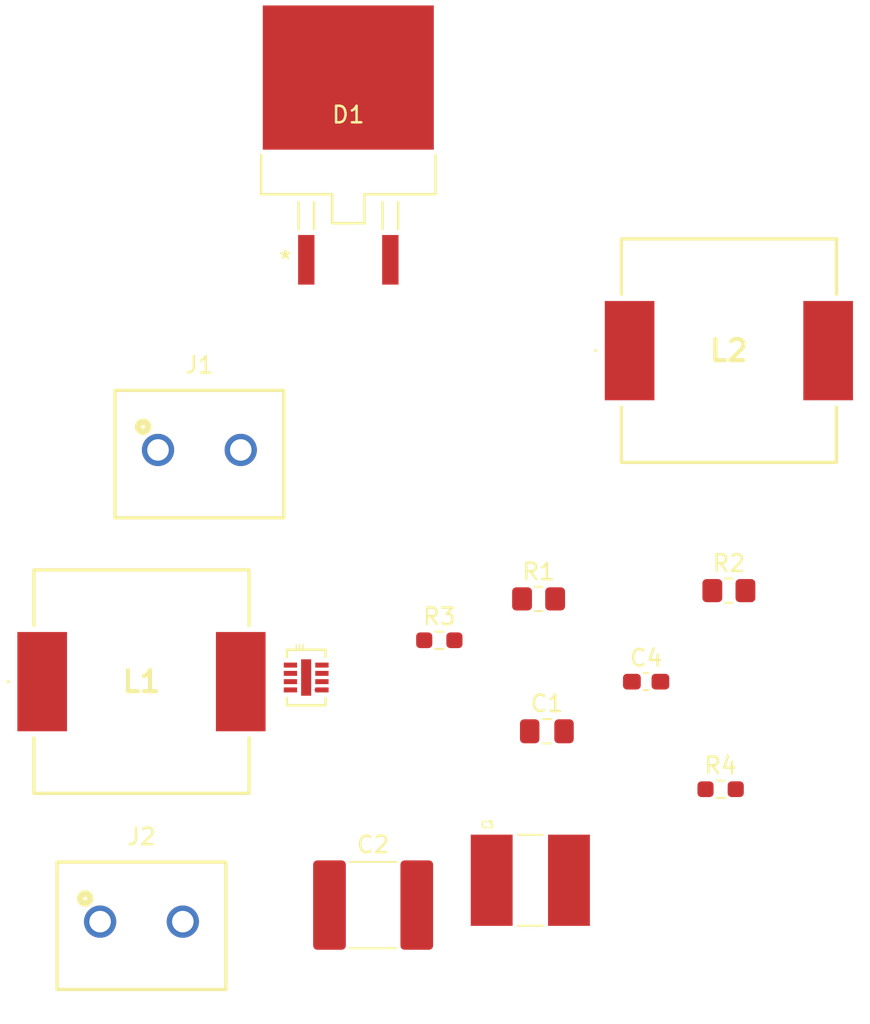
<source format=kicad_pcb>
(kicad_pcb (version 20240108) (generator "pcbnew") (generator_version "8.0")
  (layers (0 "F.Cu" signal) (31 "B.Cu" signal) (34 "B.Paste" user) (35 "F.Paste" user) (36 "B.SilkS" user "B.Silkscreen") (37 "F.SilkS" user "F.Silkscreen") (38 "B.Mask" user) (39 "F.Mask" user) (44 "Edge.Cuts" user))
  (net 0 "")
  (net 1 "GND")
  (net 2 "Vin")
  (net 3 "Net-(D1-A)")
  (net 4 "Net-(U1-SW)")
  (net 5 "/Vout")
  (net 6 "Net-(U1-INTVcc)")
  (net 7 "Net-(U1-EN{slash}UVLO)")
  (net 8 "Net-(U1-FBX)")
  (footprint "DCDC Footprints:DFN-8_DDB" (layer "F.Cu") (at 31.9524 53.25)
    (property "Reference" "U1" (at -0.3548 -1.8 0) (layer "F.SilkS") (effects (font (size 0.314961 0.314961))))
    (property "Value" "~")
    (fp_line (start -1.1684 -1.6764) (end -1.1684 -1.2446) (stroke (width 0.1524)) (layer "F.SilkS"))
    (fp_line (start -1.1684 1.2446) (end -1.1684 1.6764) (stroke (width 0.1524)) (layer "F.SilkS"))
    (fp_line (start -1.1684 1.6764) (end 1.1684 1.6764) (stroke (width 0.1524)) (layer "F.SilkS"))
    (fp_line (start 1.1684 -1.6764) (end -1.1684 -1.6764) (stroke (width 0.1524)) (layer "F.SilkS"))
    (fp_line (start 1.1684 -1.2446) (end 1.1684 -1.6764) (stroke (width 0.1524)) (layer "F.SilkS"))
    (fp_line (start 1.1684 1.6764) (end 1.1684 1.2446) (stroke (width 0.1524)) (layer "F.SilkS"))
    (pad "1" smd rect (at -0.9524 -0.75) (size 0.8048 0.3) (layers "F.Cu" "F.Paste" "F.Mask") (net 8 "Net-(U1-FBX)"))
    (pad "2" smd rect (at -0.9524 -0.25) (size 0.8048 0.3) (layers "F.Cu" "F.Paste" "F.Mask"))
    (pad "3" smd rect (at -0.9524 0.25) (size 0.8048 0.3) (layers "F.Cu" "F.Paste" "F.Mask") (net 4 "Net-(U1-SW)"))
    (pad "4" smd rect (at -0.9524 0.75) (size 0.8048 0.3) (layers "F.Cu" "F.Paste" "F.Mask"))
    (pad "5" smd rect (at 0.9524 0.75) (size 0.8048 0.3) (layers "F.Cu" "F.Paste" "F.Mask") (net 1 "GND"))
    (pad "6" smd rect (at 0.9524 0.25) (size 0.8048 0.3) (layers "F.Cu" "F.Paste" "F.Mask") (net 2 "Vin"))
    (pad "7" smd rect (at 0.9524 -0.25) (size 0.8048 0.3) (layers "F.Cu" "F.Paste" "F.Mask") (net 6 "Net-(U1-INTVcc)"))
    (pad "8" smd rect (at 0.9524 -0.75) (size 0.8048 0.3) (layers "F.Cu" "F.Paste" "F.Mask") (net 7 "Net-(U1-EN{slash}UVLO)"))
    (pad "9" smd rect (at 0 0) (size 0.61 2.2) (layers "F.Cu" "F.Mask"))
  )
  (footprint "Resistor_SMD:R_0805_2012Metric_Pad1.20x1.40mm_HandSolder" (layer "F.Cu") (at 46 48.5)
    (property "Reference" "R1" (at 0 -1.65 0) (layer "F.SilkS"))
    (property "Value" "4.02M")
    (fp_line (start -0.227064 -0.735) (end 0.227064 -0.735) (stroke (width 0.12)) (layer "F.SilkS"))
    (fp_line (start -0.227064 0.735) (end 0.227064 0.735) (stroke (width 0.12)) (layer "F.SilkS"))
    (pad "1" smd roundrect (at -1 0) (size 1.2 1.4) (layers "F.Cu" "F.Paste" "F.Mask") (roundrect_rratio 0.208333) (net 2 "Vin"))
    (pad "2" smd roundrect (at 1 0) (size 1.2 1.4) (layers "F.Cu" "F.Paste" "F.Mask") (roundrect_rratio 0.208333) (net 7 "Net-(U1-EN{slash}UVLO)"))
  )
  (footprint "DCDC Footprints:AVR1F131309SR25LT" (layer "F.Cu") (at 22 53.5)
    (property "Reference" "L1" (at 0 0 0) (layer "F.SilkS") (effects (font (size 1.27 1.27) (thickness 0.254))))
    (property "Value" "250nH" (hide yes))
    (fp_line (start -8.1 0) (end -8.1 0) (stroke (width 0.1)) (layer "F.SilkS"))
    (fp_line (start -8 0) (end -8 0) (stroke (width 0.1)) (layer "F.SilkS"))
    (fp_line (start -6.5 -6.75) (end 6.5 -6.75) (stroke (width 0.2)) (layer "F.SilkS"))
    (fp_line (start -6.5 -3.4) (end -6.5 -6.75) (stroke (width 0.2)) (layer "F.SilkS"))
    (fp_line (start -6.5 3.4) (end -6.5 6.75) (stroke (width 0.2)) (layer "F.SilkS"))
    (fp_line (start -6.5 6.75) (end 6.5 6.75) (stroke (width 0.2)) (layer "F.SilkS"))
    (fp_line (start 6.5 -6.75) (end 6.5 -3.4) (stroke (width 0.2)) (layer "F.SilkS"))
    (fp_line (start 6.5 6.75) (end 6.5 3.4) (stroke (width 0.2)) (layer "F.SilkS"))
    (fp_arc (start -8.1 0) (mid -8.05 -0.05) (end -8 0) (stroke (width 0.1)) (layer "F.SilkS"))
    (fp_arc (start -8 0) (mid -8.05 0.05) (end -8.1 0) (stroke (width 0.1)) (layer "F.SilkS"))
    (pad "1" smd rect (at -6 0) (size 3 6) (layers "F.Cu" "F.Paste" "F.Mask") (net 2 "Vin"))
    (pad "2" smd rect (at 6 0) (size 3 6) (layers "F.Cu" "F.Paste" "F.Mask") (net 4 "Net-(U1-SW)"))
  )
  (footprint "DCDC Footprints:691137710002" (layer "F.Cu") (at 22 68)
    (property "Reference" "J2" (at 0 -5.135 0) (layer "F.SilkS"))
    (property "Value" "Screw_Terminal_01x02")
    (fp_line (start -5.1 -3.6) (end 5.1 -3.6) (stroke (width 0.2)) (layer "F.SilkS"))
    (fp_line (start -5.1 4.1) (end -5.1 -3.6) (stroke (width 0.2)) (layer "F.SilkS"))
    (fp_line (start 5.1 -3.6) (end 5.1 4.1) (stroke (width 0.2)) (layer "F.SilkS"))
    (fp_line (start 5.1 4.1) (end -5.1 4.1) (stroke (width 0.2)) (layer "F.SilkS"))
    (fp_circle (center -3.4 -1.4) (end -3.3 -1.4) (stroke (width 0.4)) (fill none) (layer "F.SilkS"))
    (pad "1" thru_hole circle (at -2.5 0) (size 1.95 1.95) (drill 1.3) (layers "*.Cu" "*.Mask") (net 5 "/Vout"))
    (pad "2" thru_hole circle (at 2.5 0) (size 1.95 1.95) (drill 1.3) (layers "*.Cu" "*.Mask") (net 1 "GND"))
  )
  (footprint "Capacitor_SMD:C_0805_2012Metric_Pad1.18x1.45mm_HandSolder" (layer "F.Cu") (at 46.5 56.5)
    (property "Reference" "C1" (at 0 -1.68 0) (layer "F.SilkS"))
    (property "Value" "10uF")
    (fp_line (start -0.261252 -0.735) (end 0.261252 -0.735) (stroke (width 0.12)) (layer "F.SilkS"))
    (fp_line (start -0.261252 0.735) (end 0.261252 0.735) (stroke (width 0.12)) (layer "F.SilkS"))
    (pad "1" smd roundrect (at -1.0375 0) (size 1.175 1.45) (layers "F.Cu" "F.Paste" "F.Mask") (roundrect_rratio 0.212766) (net 2 "Vin"))
    (pad "2" smd roundrect (at 1.0375 0) (size 1.175 1.45) (layers "F.Cu" "F.Paste" "F.Mask") (roundrect_rratio 0.212766) (net 1 "GND"))
  )
  (footprint "DCDC Footprints:CAPC6050X550N" (layer "F.Cu") (at 45.5 65.5)
    (property "Reference" "C3" (at -2.6 -3.35 0) (layer "F.SilkS") (effects (font (size 0.393701 0.393701))))
    (property "Value" "100uF")
    (fp_line (start -0.75 -2.75) (end 0.75 -2.75) (stroke (width 0.127)) (layer "F.SilkS"))
    (fp_line (start -0.75 2.75) (end 0.75 2.75) (stroke (width 0.127)) (layer "F.SilkS"))
    (pad "1" smd rect (at -2.336 0) (size 2.53 5.51) (layers "F.Cu" "F.Paste" "F.Mask") (net 5 "/Vout"))
    (pad "2" smd rect (at 2.336 0) (size 2.53 5.51) (layers "F.Cu" "F.Paste" "F.Mask") (net 1 "GND"))
  )
  (footprint "DCDC Footprints:AVR1F131309SR25LT" (layer "F.Cu") (at 57.5 33.5)
    (property "Reference" "L2" (at 0 0 0) (layer "F.SilkS") (effects (font (size 1.27 1.27) (thickness 0.254))))
    (property "Value" "250nH" (hide yes))
    (fp_line (start -8.1 0) (end -8.1 0) (stroke (width 0.1)) (layer "F.SilkS"))
    (fp_line (start -8 0) (end -8 0) (stroke (width 0.1)) (layer "F.SilkS"))
    (fp_line (start -6.5 -6.75) (end 6.5 -6.75) (stroke (width 0.2)) (layer "F.SilkS"))
    (fp_line (start -6.5 -3.4) (end -6.5 -6.75) (stroke (width 0.2)) (layer "F.SilkS"))
    (fp_line (start -6.5 3.4) (end -6.5 6.75) (stroke (width 0.2)) (layer "F.SilkS"))
    (fp_line (start -6.5 6.75) (end 6.5 6.75) (stroke (width 0.2)) (layer "F.SilkS"))
    (fp_line (start 6.5 -6.75) (end 6.5 -3.4) (stroke (width 0.2)) (layer "F.SilkS"))
    (fp_line (start 6.5 6.75) (end 6.5 3.4) (stroke (width 0.2)) (layer "F.SilkS"))
    (fp_arc (start -8.1 0) (mid -8.05 -0.05) (end -8 0) (stroke (width 0.1)) (layer "F.SilkS"))
    (fp_arc (start -8 0) (mid -8.05 0.05) (end -8.1 0) (stroke (width 0.1)) (layer "F.SilkS"))
    (pad "1" smd rect (at -6 0) (size 3 6) (layers "F.Cu" "F.Paste" "F.Mask") (net 3 "Net-(D1-A)"))
    (pad "2" smd rect (at 6 0) (size 3 6) (layers "F.Cu" "F.Paste" "F.Mask") (net 1 "GND"))
  )
  (footprint "Capacitor_SMD:C_2220_5750Metric_Pad1.97x5.40mm_HandSolder" (layer "F.Cu") (at 36 67)
    (property "Reference" "C2" (at 0 -3.65 0) (layer "F.SilkS"))
    (property "Value" "47uF")
    (fp_line (start -1.415748 -2.61) (end 1.415748 -2.61) (stroke (width 0.12)) (layer "F.SilkS"))
    (fp_line (start -1.415748 2.61) (end 1.415748 2.61) (stroke (width 0.12)) (layer "F.SilkS"))
    (pad "1" smd roundrect (at -2.6375 0) (size 1.975 5.4) (layers "F.Cu" "F.Paste" "F.Mask") (roundrect_rratio 0.126582) (net 4 "Net-(U1-SW)"))
    (pad "2" smd roundrect (at 2.6375 0) (size 1.975 5.4) (layers "F.Cu" "F.Paste" "F.Mask") (roundrect_rratio 0.126582) (net 3 "Net-(D1-A)"))
  )
  (footprint "Resistor_SMD:R_0603_1608Metric_Pad0.98x0.95mm_HandSolder" (layer "F.Cu") (at 40 51)
    (property "Reference" "R3" (at 0 -1.43 0) (layer "F.SilkS"))
    (property "Value" "1.4M")
    (fp_line (start -0.254724 -0.5225) (end 0.254724 -0.5225) (stroke (width 0.12)) (layer "F.SilkS"))
    (fp_line (start -0.254724 0.5225) (end 0.254724 0.5225) (stroke (width 0.12)) (layer "F.SilkS"))
    (pad "1" smd roundrect (at -0.9125 0) (size 0.975 0.95) (layers "F.Cu" "F.Paste" "F.Mask") (net 5 "/Vout"))
    (pad "2" smd roundrect (at 0.9125 0) (size 0.975 0.95) (layers "F.Cu" "F.Paste" "F.Mask") (net 8 "Net-(U1-FBX)"))
  )
  (footprint "Resistor_SMD:R_0603_1608Metric_Pad0.98x0.95mm_HandSolder" (layer "F.Cu") (at 57 60)
    (property "Reference" "R4" (at 0 -1.43 0) (layer "F.SilkS"))
    (property "Value" "100k")
    (fp_line (start -0.254724 -0.5225) (end 0.254724 -0.5225) (stroke (width 0.12)) (layer "F.SilkS"))
    (fp_line (start -0.254724 0.5225) (end 0.254724 0.5225) (stroke (width 0.12)) (layer "F.SilkS"))
    (pad "1" smd roundrect (at -0.9125 0) (size 0.975 0.95) (layers "F.Cu" "F.Paste" "F.Mask") (net 8 "Net-(U1-FBX)"))
    (pad "2" smd roundrect (at 0.9125 0) (size 0.975 0.95) (layers "F.Cu" "F.Paste" "F.Mask") (net 1 "GND"))
  )
  (footprint "Resistor_SMD:R_0805_2012Metric_Pad1.20x1.40mm_HandSolder" (layer "F.Cu") (at 57.5 48)
    (property "Reference" "R2" (at 0 -1.65 0) (layer "F.SilkS"))
    (property "Value" "499k")
    (fp_line (start -0.227064 -0.735) (end 0.227064 -0.735) (stroke (width 0.12)) (layer "F.SilkS"))
    (fp_line (start -0.227064 0.735) (end 0.227064 0.735) (stroke (width 0.12)) (layer "F.SilkS"))
    (pad "1" smd roundrect (at -1 0) (size 1.2 1.4) (layers "F.Cu" "F.Paste" "F.Mask") (roundrect_rratio 0.208333) (net 7 "Net-(U1-EN{slash}UVLO)"))
    (pad "2" smd roundrect (at 1 0) (size 1.2 1.4) (layers "F.Cu" "F.Paste" "F.Mask") (roundrect_rratio 0.208333) (net 1 "GND"))
  )
  (footprint "Package_TO_SOT_SMD:D2PAK_STM" (layer "F.Cu") (at 34.5 19.2479)
    (property "Reference" "D1" (at 0 0 0) (layer "F.SilkS"))
    (property "Value" "D_Schottky")
    (fp_line (start -5.2705 2.425049) (end -5.2705 4.8006) (stroke (width 0.1524)) (layer "F.SilkS"))
    (fp_line (start -5.2705 4.8006) (end -0.9779 4.8006) (stroke (width 0.1524)) (layer "F.SilkS"))
    (fp_line (start -3.0099 5.2832) (end -3.0099 6.9088) (stroke (width 0.1524)) (layer "F.SilkS"))
    (fp_line (start -2.0701 5.2832) (end -2.0701 6.9088) (stroke (width 0.1524)) (layer "F.SilkS"))
    (fp_line (start -0.9779 4.8006) (end -0.9779 6.5532) (stroke (width 0.1524)) (layer "F.SilkS"))
    (fp_line (start -0.9779 6.5532) (end 0.9779 6.5532) (stroke (width 0.1524)) (layer "F.SilkS"))
    (fp_line (start 0.9779 4.8006) (end 5.2705 4.8006) (stroke (width 0.1524)) (layer "F.SilkS"))
    (fp_line (start 0.9779 6.5532) (end 0.9779 4.8006) (stroke (width 0.1524)) (layer "F.SilkS"))
    (fp_line (start 2.0701 5.2832) (end 2.0701 6.9088) (stroke (width 0.1524)) (layer "F.SilkS"))
    (fp_line (start 3.0099 5.2832) (end 3.0099 6.9088) (stroke (width 0.1524)) (layer "F.SilkS"))
    (fp_line (start 5.2705 4.8006) (end 5.2705 2.425049) (stroke (width 0.1524)) (layer "F.SilkS"))
    (fp_text user "*" (at -3.81 8.763 0) (layer "F.SilkS"))
    (fp_text user "*" (at -3.81 8.763 0) (layer "F.SilkS"))
    (pad "1" smd rect (at -2.54 8.763) (size 0.9906 2.9972) (layers "F.Cu" "F.Paste" "F.Mask") (net 5 "/Vout"))
    (pad "2" smd rect (at 2.54 8.763) (size 0.9906 2.9972) (layers "F.Cu" "F.Paste" "F.Mask") (net 3 "Net-(D1-A)"))
    (pad "3" smd rect (at 0 -2.2479) (size 10.3378 8.7122) (layers "F.Cu" "F.Paste" "F.Mask"))
  )
  (footprint "DCDC Footprints:691137710002" (layer "F.Cu") (at 25.5 39.5)
    (property "Reference" "J1" (at 0 -5.135 0) (layer "F.SilkS"))
    (property "Value" "Screw_Terminal_01x02")
    (fp_line (start -5.1 -3.6) (end 5.1 -3.6) (stroke (width 0.2)) (layer "F.SilkS"))
    (fp_line (start -5.1 4.1) (end -5.1 -3.6) (stroke (width 0.2)) (layer "F.SilkS"))
    (fp_line (start 5.1 -3.6) (end 5.1 4.1) (stroke (width 0.2)) (layer "F.SilkS"))
    (fp_line (start 5.1 4.1) (end -5.1 4.1) (stroke (width 0.2)) (layer "F.SilkS"))
    (fp_circle (center -3.4 -1.4) (end -3.3 -1.4) (stroke (width 0.4)) (fill none) (layer "F.SilkS"))
    (pad "1" thru_hole circle (at -2.5 0) (size 1.95 1.95) (drill 1.3) (layers "*.Cu" "*.Mask") (net 2 "Vin"))
    (pad "2" thru_hole circle (at 2.5 0) (size 1.95 1.95) (drill 1.3) (layers "*.Cu" "*.Mask") (net 1 "GND"))
  )
  (footprint "Capacitor_SMD:C_0603_1608Metric_Pad1.08x0.95mm_HandSolder" (layer "F.Cu") (at 52.5 53.5)
    (property "Reference" "C4" (at 0 -1.43 0) (layer "F.SilkS"))
    (property "Value" "1uF")
    (fp_line (start -0.146267 -0.51) (end 0.146267 -0.51) (stroke (width 0.12)) (layer "F.SilkS"))
    (fp_line (start -0.146267 0.51) (end 0.146267 0.51) (stroke (width 0.12)) (layer "F.SilkS"))
    (pad "1" smd roundrect (at -0.8625 0) (size 1.075 0.95) (layers "F.Cu" "F.Paste" "F.Mask") (net 6 "Net-(U1-INTVcc)"))
    (pad "2" smd roundrect (at 0.8625 0) (size 1.075 0.95) (layers "F.Cu" "F.Paste" "F.Mask") (net 1 "GND"))
  )
  (segment (start 32.9048 54) (end 32.5574 54) (width 0.2) (layer "F.Cu") (net 1))
)
</source>
